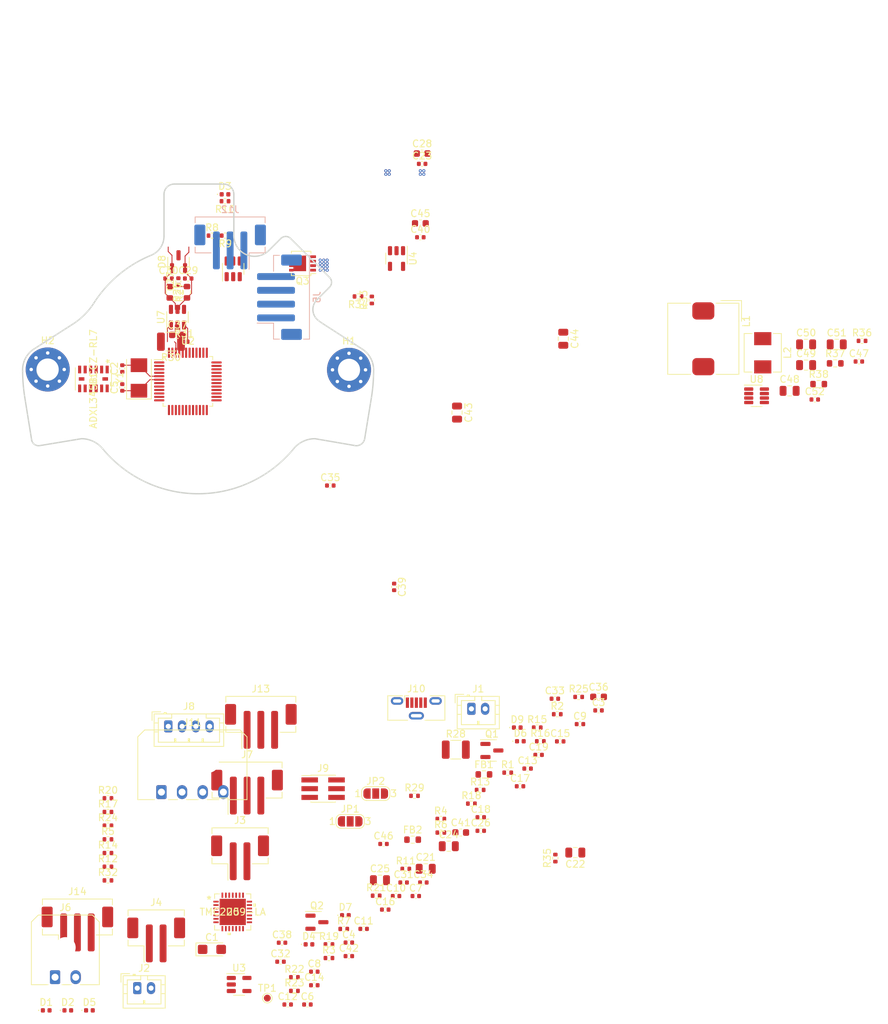
<source format=kicad_pcb>
(kicad_pcb (version 20211014) (generator pcbnew)
  (title_block (rev "1"))
  (layers (0 "F.Cu" signal "Front") (1 "In1.Cu" signal) (2 "In2.Cu" signal) (31 "B.Cu" signal "Back") (34 "B.Paste" user) (35 "F.Paste" user) (36 "B.SilkS" user "B.Silkscreen") (37 "F.SilkS" user "F.Silkscreen") (38 "B.Mask" user) (39 "F.Mask" user) (44 "Edge.Cuts" user))
  (net 0 "")
  (net 1 "Net-(C1-Pad1)")
  (net 2 "GND")
  (net 3 "OSC_IN")
  (net 4 "VBAT")
  (net 5 "OSC_OUT")
  (net 6 "NRST")
  (net 7 "VDDA")
  (net 8 "TH0")
  (net 9 "+5V")
  (net 10 "ENDSTOP1")
  (net 11 "ENDSTOP2")
  (net 12 "PROBE")
  (net 13 "TMC_VS")
  (net 14 "Net-(C26-Pad1)")
  (net 15 "CANL")
  (net 16 "CANH")
  (net 17 "BRA")
  (net 18 "A1")
  (net 19 "A2")
  (net 20 "/SW")
  (net 21 "B1")
  (net 22 "B2")
  (net 23 "BRB")
  (net 24 "/FB")
  (net 25 "Net-(D1-Pad1)")
  (net 26 "Net-(D1-Pad2)")
  (net 27 "Net-(D2-Pad1)")
  (net 28 "Net-(D2-Pad2)")
  (net 29 "Net-(D3-Pad1)")
  (net 30 "Net-(D3-Pad2)")
  (net 31 "Net-(D4-Pad1)")
  (net 32 "Net-(D5-Pad1)")
  (net 33 "Net-(D6-Pad1)")
  (net 34 "Net-(D7-Pad1)")
  (net 35 "Net-(D9-Pad2)")
  (net 36 "Net-(J1-Pad2)")
  (net 37 "Net-(J3-Pad2)")
  (net 38 "Net-(J4-Pad1)")
  (net 39 "Net-(J7-Pad2)")
  (net 40 "SCL")
  (net 41 "SDA")
  (net 42 "SWCLK")
  (net 43 "SWDIO")
  (net 44 "BOOT1")
  (net 45 "USB_DP")
  (net 47 "USB_DM")
  (net 50 "Net-(J13-Pad3)")
  (net 51 "Net-(J14-Pad3)")
  (net 52 "Net-(Q1-Pad2)")
  (net 53 "Net-(Q2-Pad2)")
  (net 54 "Net-(Q3-Pad2)")
  (net 55 "PC-FAN")
  (net 56 "Net-(R4-Pad2)")
  (net 57 "HE-FAN")
  (net 58 "HEATER")
  (net 59 "LED0")
  (net 60 "ST_ENN")
  (net 61 "ST_DIAG")
  (net 62 "ST_TX")
  (net 63 "ST_RX")
  (net 64 "CAN_TX")
  (net 65 "CAN_RX")
  (net 67 "ADXL_CS")
  (net 68 "ADXL_INT1")
  (net 72 "SDO")
  (net 73 "SDI")
  (net 74 "SCLK")
  (net 79 "NEOPIXEL")
  (net 80 "ST_STEP")
  (net 81 "ST_DIR")
  (net 89 "Net-(C27-Pad1)")
  (net 90 "Net-(C26-Pad2)")
  (net 91 "Net-(C28-Pad1)")
  (net 92 "Net-(C29-Pad1)")
  (net 93 "Net-(C39-Pad1)")
  (net 94 "Net-(C42-Pad1)")
  (net 95 "Net-(C42-Pad2)")
  (net 96 "Net-(C49-Pad1)")
  (net 97 "Net-(C52-Pad1)")
  (net 98 "Net-(J12-Pad3)")
  (net 99 "Net-(R29-Pad1)")
  (net 100 "Net-(R31-Pad1)")
  (net 101 "Net-(R33-Pad2)")
  (net 102 "Net-(R34-Pad2)")
  (net 103 "Net-(R35-Pad1)")
  (footprint "Capacitor_SMD:C_0402_1005Metric" (layer "F.Cu") (at 233.06 88.63)
    (fp_text reference "C35")
    (fp_text value "100n/35V")
  )
  (footprint "Capacitor_SMD:C_0603_1608Metric" (layer "F.Cu") (at 252.015 139.045)
    (fp_text reference "C41")
    (fp_text value "470p/100V")
  )
  (footprint "Resistor_SMD:R_0402_1005Metric" (layer "F.Cu") (at 227.845 160.065)
    (fp_text reference "R22")
    (fp_text value "10k")
  )
  (footprint "Resistor_SMD:R_0603_1608Metric" (layer "F.Cu") (at 255.385 130.605)
    (fp_text reference "FB1")
    (fp_text value "GZ1608D601TF")
  )
  (footprint "Capacitor_SMD:C_0402_1005Metric" (layer "F.Cu") (at 303.47 76.132)
    (fp_text reference "C52")
    (fp_text value "75p")
  )
  (footprint "Jumper:SolderJumper-3_P1.3mm_Open_RoundedPad1.0x1.5mm_NumberLabels" (layer "F.Cu") (at 235.945 137.425)
    (fp_text reference "JP1")
    (fp_text value "PCF")
  )
  (footprint "Capacitor_SMD:C_0805_2012Metric" (layer "F.Cu") (at 268.67 141.96 180)
    (fp_text reference "C22")
    (fp_text value "10u/35V")
  )
  (footprint "Resistor_SMD:R_0402_1005Metric" (layer "F.Cu") (at 200.745 146.005)
    (fp_text reference "R32")
    (fp_text value "10k")
  )
  (footprint "Capacitor_SMD:C_0603_1608Metric" (layer "F.Cu") (at 272.045 119.335)
    (fp_text reference "C36")
    (fp_text value "470p/100V")
  )
  (footprint "Inductor_SMD:L_Sunlord_MWSA0518_5.4x5.2mm" (layer "F.Cu") (at 295.91 69.342 -90)
    (fp_text reference "L2")
    (fp_text value "6.8u")
  )
  (footprint "Capacitor_SMD:C_0402_1005Metric" (layer "F.Cu") (at 272.045 121.305)
    (fp_text reference "C3")
    (fp_text value "100n")
  )
  (footprint "Capacitor_SMD:C_0805_2012Metric" (layer "F.Cu") (at 246.925 144.315)
    (fp_text reference "C21")
    (fp_text value "10u/35V")
  )
  (footprint "Capacitor_SMD:C_0603_1608Metric" (layer "F.Cu") (at 246.145 50.54)
    (fp_text reference "C45")
    (fp_text value "470p/100V")
  )
  (footprint "Resistor_SMD:R_0402_1005Metric" (layer "F.Cu") (at 239.725 148.225)
    (fp_text reference "R21")
    (fp_text value "10k")
  )
  (footprint "Capacitor_SMD:C_0402_1005Metric" (layer "F.Cu") (at 243.715 146.305)
    (fp_text reference "C31")
    (fp_text value "100n/35V")
  )
  (footprint "Resistor_SMD:R_0402_1005Metric" (layer "F.Cu") (at 269.155 119.345)
    (fp_text reference "R25")
    (fp_text value "1k")
  )
  (footprint "Capacitor_SMD:C_0402_1005Metric" (layer "F.Cu") (at 235.755 157.005)
    (fp_text reference "C42")
    (fp_text value "100n")
  )
  (footprint "Resistor_SMD:R_0603_1608Metric" (layer "F.Cu") (at 304.04 73.892)
    (fp_text reference "R38")
    (fp_text value "13k")
  )
  (footprint "Resistor_SMD:R_0402_1005Metric" (layer "F.Cu") (at 200.745 140.035)
    (fp_text reference "R5")
    (fp_text value "10k")
  )
  (footprint "Package_TO_SOT_SMD:SOT-23-5" (layer "F.Cu") (at 242.685 55.6475 -90)
    (fp_text reference "U4")
    (fp_text value "LP5907MFX-3.3")
  )
  (footprint "Resistor_SMD:R_0402_1005Metric" (layer "F.Cu") (at 200.745 134.065)
    (fp_text reference "R20")
    (fp_text value "120")
  )
  (footprint "Package_TO_SOT_SMD:SOT-23" (layer "F.Cu") (at 211 56.1175 90)
    (fp_text reference "D8")
    (fp_text value "SZNUP2105L")
  )
  (footprint "Resistor_SMD:R_0402_1005Metric" (layer "F.Cu") (at 200.745 136.055)
    (fp_text reference "R17")
    (fp_text value "120")
  )
  (footprint "Capacitor_SMD:C_0805_2012Metric" (layer "F.Cu") (at 302.21 68.122)
    (fp_text reference "C50")
    (fp_text value "22u")
  )
  (footprint "Capacitor_SMD:C_0402_1005Metric" (layer "F.Cu") (at 254.925 136.825)
    (fp_text reference "C18")
    (fp_text value "1u")
  )
  (footprint "Capacitor_SMD:C_0402_1005Metric" (layer "F.Cu") (at 229.735 164.035)
    (fp_text reference "C6")
    (fp_text value "100n")
  )
  (footprint "Resistor_SMD:R_0402_1005Metric" (layer "F.Cu") (at 227.845 162.055)
    (fp_text reference "R23")
    (fp_text value "10k")
  )
  (footprint "Capacitor_Tantalum_SMD:CP_EIA-3216-18_Kemet-A" (layer "F.Cu") (at 215.85 156.025)
    (fp_text reference "C1")
    (fp_text value "10u")
  )
  (footprint "LED_SMD:LED_0402_1005Metric" (layer "F.Cu") (at 235.25 151.065)
    (fp_text reference "D7")
    (fp_text value "LED0")
  )
  (footprint "Capacitor_SMD:C_0402_1005Metric" (layer "F.Cu") (at 202.83 71.63 90)
    (fp_text reference "C2")
    (fp_text value "20p")
  )
  (footprint "Resistor_SMD:R_0402_1005Metric" (layer "F.Cu") (at 217.79 52.32 180)
    (fp_text reference "R9")
    (fp_text value "150")
  )
  (footprint "Capacitor_SMD:C_0805_2012Metric" (layer "F.Cu") (at 250.275 141.035)
    (fp_text reference "C24")
    (fp_text value "10u/35V")
  )
  (footprint "Resistor_SMD:R_0402_1005Metric" (layer "F.Cu") (at 211.82 67.73)
    (fp_text reference "R31")
    (fp_text value "52.3k")
  )
  (footprint "LED_SMD:LED_0402_1005Metric" (layer "F.Cu") (at 260.68 125.785)
    (fp_text reference "D6")
    (fp_text value "3V3")
  )
  (footprint "Capacitor_SMD:C_0805_2012Metric" (layer "F.Cu") (at 251.48 78.03 -90)
    (fp_text reference "C43")
    (fp_text value "100u/35V, Low ESR")
  )
  (footprint "Connector_JST:JST_PH_B2B-PH-SM4-TB_1x02-1MP_P2.00mm_Vertical" (layer "F.Cu") (at 219.945 142.725)
    (fp_text reference "J3")
    (fp_text value "HE-FAN")
  )
  (footprint "Package_TO_SOT_SMD:SOT-23-5" (layer "F.Cu") (at 219.805 161.125)
    (fp_text reference "U3")
    (fp_text value "74LVC1G17")
  )
  (footprint "Capacitor_SMD:C_0402_1005Metric" (layer "F.Cu") (at 265.695 119.605)
    (fp_text reference "C33")
    (fp_text value "56p")
  )
  (footprint "Capacitor_SMD:C_0402_1005Metric" (layer "F.Cu") (at 246.4075 41.8925)
    (fp_text reference "C23")
    (fp_text value "100n")
  )
  (footprint "Capacitor_SMD:C_0805_2012Metric" (layer "F.Cu") (at 302.21 71.132)
    (fp_text reference "C49")
    (fp_text value "22u")
  )
  (footprint "Package_QFP:LQFP-48_7x7mm_P0.5mm" (layer "F.Cu") (at 212.36 73.5)
    (fp_text reference "U2")
    (fp_text value "STM32F103C8Tx")
  )
  (footprint "Connector_JST:JST_PH_B4B-PH-K_1x04_P2.00mm_Vertical" (layer "F.Cu") (at 209.515 123.625)
    (fp_text reference "J8")
    (fp_text value "STEPPER")
  )
  (footprint "Resistor_SMD:R_0402_1005Metric" (layer "F.Cu") (at 217.76 47.32 180)
    (fp_text reference "R10")
    (fp_text value "2.2k")
  )
  (footprint "Capacitor_SMD:C_0402_1005Metric" (layer "F.Cu") (at 237.905 153.045)
    (fp_text reference "C11")
    (fp_text value "4.7u")
  )
  (footprint "Resistor_SMD:R_0402_1005Metric" (layer "F.Cu") (at 200.745 142.025)
    (fp_text reference "R14")
    (fp_text value "10k")
  )
  (footprint "footprints:AON7418" (layer "F.Cu") (at 229.025 56.36 180)
    (fp_text reference "Q3")
    (fp_text value "AON7418")
  )
  (footprint "Capacitor_SMD:C_0402_1005Metric" (layer "F.Cu") (at 269.345 123.295)
    (fp_text reference "C9")
    (fp_text value "100n")
  )
  (footprint "Resistor_SMD:R_0402_1005Metric" (layer "F.Cu") (at 200.745 138.045)
    (fp_text reference "R24")
    (fp_text value "120")
  )
  (footprint "Connector_JST:JST_PH_B3B-PH-SM4-TB_1x03-1MP_P2.00mm_Vertical" (layer "F.Cu") (at 220.965 133.175)
    (fp_text reference "J7")
    (fp_text value "NEOPIXEL")
  )
  (footprint "Package_TO_SOT_SMD:SOT-23" (layer "F.Cu") (at 231.115 152.075)
    (fp_text reference "Q2")
    (fp_text value "AO3400A")
  )
  (footprint "LED_SMD:LED_0402_1005Metric" (layer "F.Cu") (at 260.23 123.795)
    (fp_text reference "D9")
    (fp_text value "DIAG")
  )
  (footprint "Capacitor_SMD:C_0402_1005Metric" (layer "F.Cu") (at 261.735 129.755)
    (fp_text reference "C13")
    (fp_text value "1u")
  )
  (footprint "Capacitor_SMD:C_0402_1005Metric" (layer "F.Cu") (at 242.34 103.36 -90)
    (fp_text reference "C39")
    (fp_text value "100n")
  )
  (footprint "Resistor_SMD:R_1210_3225Metric" (layer "F.Cu") (at 209.9 67.73 180)
    (fp_text reference "R30")
    (fp_text value "0.5Ω, 1%, 0.5W, 1210")
  )
  (footprint "footprints:TMC2209-LA" (layer "F.Cu") (at 218.877201 150.5857)
    (fp_text reference "U5")
    (fp_text value "TMC2209-LA")
  )
  (footprint "Resistor_SMD:R_0603_1608Metric" (layer "F.Cu") (at 209.73 60.55 -90)
    (fp_text reference "R27")
    (fp_text value "60")
  )
  (footprint "Package_TO_SOT_SMD:SOT-23-6" (layer "F.Cu") (at 210.85 64.17 90)
    (fp_text reference "U7")
    (fp_text value "TPS54202DDC")
  )
  (footprint "Connector_JST:JST_PH_B2B-PH-K_1x02_P2.00mm_Vertical" (layer "F.Cu") (at 205.005 161.655)
    (fp_text reference "J2")
    (fp_text value "PC-FAN")
  )
  (footprint "Resistor_SMD:R_0402_1005Metric" (layer "F.Cu") (at 263.135 123.795)
    (fp_text reference "R15")
    (fp_text value "10k")
  )
  (footprint "Capacitor_SMD:C_0805_2012Metric" (layer "F.Cu") (at 266.92 67.3 -90)
    (fp_text reference "C44")
    (fp_text value "22u")
  )
  (footprint "Resistor_SMD:R_0402_1005Metric" (layer "F.Cu") (at 265.77 142.76 90)
    (fp_text reference "R35")
    (fp_text value "100k")
  )
  (footprint "Resistor_SMD:R_0402_1005Metric" (layer "F.Cu") (at 200.745 144.015)
    (fp_text reference "R12")
    (fp_text value "10k")
  )
  (footprint "Resistor_SMD:R_0402_1005Metric" (layer "F.Cu") (at 254.835 132.855)
    (fp_text reference "R13")
    (fp_text value "2.2k")
  )
  (footprint "Resistor_SMD:R_0402_1005Metric" (layer "F.Cu") (at 235.015 153.055)
    (fp_text reference "R7")
    (fp_text value "2.2k")
  )
  (footprint "Resistor_SMD:R_0402_1005Metric" (layer "F.Cu") (at 232.865 157.285)
    (fp_text reference "R3")
    (fp_text value "2.2k")
  )
  (footprint "Resistor_SMD:R_0402_1005Metric" (layer "F.Cu") (at 249.125 137.065)
    (fp_text reference "R4")
    (fp_text value "10k")
  )
  (footprint "Resistor_SMD:R_0402_1005Metric" (layer "F.Cu") (at 215.87 52.32)
    (fp_text reference "R8")
    (fp_text value "10k")
  )
  (footprint "Capacitor_SMD:C_0402_1005Metric" (layer "F.Cu") (at 225.825 157.815)
    (fp_text reference "C32")
    (fp_text value "56p")
  )
  (footprint "Crystal:Crystal_SMD_5032-2Pin_5.0x3.2mm" (layer "F.Cu") (at 205.25 73 90)
    (fp_text reference "Y1")
    (fp_text value "8MHz")
  )
  (footprint "Capacitor_SMD:C_0402_1005Metric" (layer "F.Cu") (at 266.475 125.805)
    (fp_text reference "C15")
    (fp_text value "1u")
  )
  (footprint "Capacitor_SMD:C_0805_2012Metric" (layer "F.Cu") (at 240.275 145.975)
    (fp_text reference "C25")
    (fp_text value "10u/35V")
  )
  (footprint "Connector_Molex:Molex_Micro-Fit_3.0_43650-0400_1x04_P3.00mm_Horizontal" (layer "F.Cu") (at 208.515 133.175)
    (fp_text reference "J11")
    (fp_text value "CAN")
  )
  (footprint "Capacitor_SMD:C_0402_1005Metric" (layer "F.Cu") (at 230.735 161.235)
    (fp_text reference "C14")
    (fp_text value "100n")
  )
  (footprint "Capacitor_SMD:C_0402_1005Metric" (layer "F.Cu") (at 246.145 52.56)
    (fp_text reference "C40")
    (fp_text value "100n")
  )
  (footprint "Capacitor_SMD:C_0402_1005Metric" (layer "F.Cu") (at 260.635 132.325)
    (fp_text reference "C17")
    (fp_text value "100n")
  )
  (footprint "Capacitor_SMD:C_0402_1005Metric" (layer "F.Cu") (at 242.615 148.275)
    (fp_text reference "C10")
    (fp_text value "100n")
  )
  (footprint "TestPoint:TestPoint_Pad_D1.0mm" (layer "F.Cu") (at 223.905 163.105)
    (fp_text reference "TP1")
    (fp_text value "BOOT0")
  )
  (footprint "Package_TO_SOT_SMD:SOT-23" (layer "F.Cu") (at 256.545 127.125)
    (fp_text reference "Q1")
    (fp_text value "AO3400A")
  )
  (footprint "Resistor_SMD:R_0402_1005Metric" (layer "F.Cu") (at 245.295 133.715)
    (fp_text reference "R29")
    (fp_text value "30")
  )
  (footprint "Connector_Molex:Molex_Micro-Fit_3.0_43650-0200_1x02_P3.00mm_Horizontal" (layer "F.Cu") (at 193.055 160.065)
    (fp_text reference "J6")
    (fp_text value "H0")
  )
  (footprint "Resistor_SMD:R_0402_1005Metric" (layer "F.Cu") (at 237.09 61.16 180)
    (fp_text reference "R34")
    (fp_text value "1k")
  )
  (footprint "Capacitor_SMD:C_0402_1005Metric" (layer "F.Cu") (at 230.735 159.265)
    (fp_text reference "C8")
    (fp_text value "100n")
  )
  (footprint "MountingHole:MountingHole_3.2mm_M3_Pad_Via" (layer "F.Cu") (at 191.99 71.77)
    (fp_text reference "H2")
    (fp_text value "MountingHole_Pad")
  )
  (footprint "Capacitor_SMD:C_0402_1005Metric" (layer "F.Cu") (at 254.925 138.795)
    (fp_text reference "C26")
    (fp_text value "22n/50V")
  )
  (footprint "Resistor_SMD:R_0603_1608Metric" (layer "F.Cu") (at 306.44 70.882)
    (fp_text reference "R37")
    (fp_text value "100k")
  )
  (footprint "Connector_JST:JST_PH_B2B-PH-SM4-TB_1x02-1MP_P2.00mm_Vertical" (layer "F.Cu") (at 207.755 154.655)
    (fp_text reference "J4")
    (fp_text value "TH0")
  )
  (footprint "Capacitor_SMD:C_0805_2012Metric" (layer "F.Cu") (at 299.81 74.872)
    (fp_text reference "C48")
    (fp_text value "22u")
  )
  (footprint "MountingHole:MountingHole_3.2mm_M3_Pad_Via" (layer "F.Cu") (at 235.78 71.82)
    (fp_text reference "H1")
    (fp_text value "MountingHole_Pad")
  )
  (footprint "Capacitor_SMD:C_0402_1005Metric" (layer "F.Cu") (at 309.88 70.612)
    (fp_text reference "C47")
    (fp_text value "100n, 6.3V")
  )
  (footprint "Resistor_SMD:R_0402_1005Metric" (layer "F.Cu") (at 249.125 139.055)
    (fp_text reference "R6")
    (fp_text value "150")
  )
  (footprint "Capacitor_SMD:C_0402_1005Metric" (layer "F.Cu") (at 226.045 155.055)
    (fp_text reference "C38")
    (fp_text value "100n/35V")
  )
  (footprint "Resistor_SMD:R_0603_1608Metric" (layer "F.Cu") (at 245.025 140.085)
    (fp_text reference "FB2")
    (fp_text value "GZ1608D601TF")
  )
  (footprint "Connector_JST:JST_PH_B3B-PH-SM4-TB_1x03-1MP_P2.00mm_Vertical" (layer "F.Cu") (at 196.305 153.065)
    (fp_text reference "J14")
    (fp_text value "PROBE")
  )
  (footprint "Capacitor_SMD:C_0402_1005Metric" (layer "F.Cu") (at 210.98 58.99 90)
    (fp_text reference "C27")
    (fp_text value "100n/35V")
  )
  (footprint "Capacitor_SMD:C_0805_2012Metric" (layer "F.Cu") (at 306.66 68.122)
    (fp_text reference "C51")
    (fp_text value "22u")
  )
  (footprint "Resistor_SMD:R_0402_1005Metric" (layer "F.Cu") (at 258.845 130.345)
    (fp_text reference "R1")
    (fp_text value "10k")
  )
  (footprint "Resistor_SMD:R_0402_1005Metric" (layer "F.Cu") (at 310.34 67.612)
    (fp_text reference "R36")
    (fp_text value "49.9")
  )
  (footprint "Resistor_SMD:R_0402_1005Metric" (layer "F.Cu") (at 253.565 134.845)
    (fp_text reference "R18")
    (fp_text value "10k")
  )
  (footprint "LED_SMD:LED_0402_1005Metric" (layer "F.Cu") (at 194.91 164.885)
    (fp_text reference "D2")
    (fp_text value "HEF")
  )
  (footprint "Jumper:SolderJumper-3_P1.3mm_Open_RoundedPad1.0x1.5mm_NumberLabels" (layer "F.Cu") (at 239.665 133.385)
    (fp_text reference "JP2")
    (fp_text value "HEF")
  )
  (footprint "Resistor_SMD:R_0402_1005Metric" (layer "F.Cu") (at 266.045 121.855)
    (fp_text reference "R2")
    (fp_text value "150")
  )
  (footprint "Capacitor_SMD:C_0402_1005Metric" (layer "F.Cu") (at 241.045 150.245)
    (fp_text reference "C16")
    (fp_text value "1u")
  )
  (footprint "Capacitor_SMD:C_0402_1005Metric" (layer "F.Cu") (at 263.335 127.765)
    (fp_text reference "C19")
    (fp_text value "100n")
  )
  (footprint "Capacitor_SMD:C_0402_1005Metric" (layer "F.Cu") (at 245.485 148.275)
    (fp_text reference "C7")
    (fp_text value "100n")
  )
  (footprint "LED_SMD:LED_0402_1005Metric" (layer "F.Cu") (at 229.96 155.295)
    (fp_text reference "D4")
    (fp_text value "24V")
  )
  (footprint "Capacitor_SMD:C_0603_1608Metric" (layer "F.Cu") (at 246.4075 40.3925)
    (fp_text reference "C28")
    (fp_text value "2.2u/16V")
  )
  (footprint "Capacitor_SMD:C_0402_1005Metric" (layer "F.Cu") (at 202.83 74.38 90)
    (fp_text reference "C5")
    (fp_text value "20p")
  )
  (footprint "Capacitor_SMD:C_0402_1005Metric" (layer "F.Cu") (at 212.41 58.55)
    (fp_text reference "C29")
    (fp_text value "1n")
  )
  (footprint "Resistor_SMD:R_0402_1005Metric" (layer "F.Cu") (at 239.095 61.67 90)
    (fp_text reference "R33")
    (fp_text value "1k")
  )
  (footprint "footprints:ADXL345BCCZ-RL7" (layer "F.Cu") (at 198.63 73.1435 -90)
    (fp_text reference "U1")
    (fp_text value "ADXL345BCCZ-RL7")
  )
  (footprint "Connector_USB:USB_Micro-B_Molex-105133-0001" (layer "F.Cu") (at 245.565 121.005)
    (fp_text reference "J10")
    (fp_text value "USB_B_Micro")
  )
  (footprint "Connector_JST:JST_PH_B2B-PH-K_1x02_P2.00mm_Vertical" (layer "F.Cu") (at 253.565 121.075)
    (fp_text reference "J1")
    (fp_text value "PC-FAN")
  )
  (footprint "LED_SMD:LED_0402_1005Metric" (layer "F.Cu") (at 191.77 164.885)
    (fp_text reference "D1")
    (fp_text value "PCF")
  )
  (footprint "Inductor_SMD:L_TDK_SLF10145" (layer "F.Cu") (at 287.274 67.31 -90)
    (fp_text reference "L1")
    (fp_text value "15u")
  )
  (footprint "Package_TO_SOT_SMD:SOT-23-6" (layer "F.Cu") (at 218.948 57.15 90)
    (fp_text reference "U6" hide)
    (fp_text value "TPS56339DDC" hide)
  )
  (footprint "Connector_JST:JST_PH_B3B-PH-SM4-TB_1x03-1MP_P2.00mm_Vertical" (layer "F.Cu") (at 222.965 123.625)
    (fp_text reference "J13")
    (fp_text value "ENDSTOP2")
  )
  (footprint "Resistor_SMD:R_0402_1005Metric" (layer "F.Cu") (at 232.865 155.295)
    (fp_text reference "R19")
    (fp_text value "10k")
  )
  (footprint "Connector_PinHeader_1.27mm:PinHeader_2x03_P1.27mm_Vertical_SMD" (layer "F.Cu") (at 232.015 132.675)
    (fp_text reference "J9")
    (fp_text value "Conn_02x03_Top_Bottom")
  )
  (footprint "LED_SMD:LED_0402_1005Metric" (layer "F.Cu") (at 217.755 46.32)
    (fp_text reference "D3")
    (fp_text value "H0")
  )
  (footprint "Capacitor_SMD:C_0402_1005Metric" (layer "F.Cu") (at 226.865 164.035)
    (fp_text reference "C12")
    (fp_text value "100n")
  )
  (footprint "Capacitor_SMD:C_0402_1005Metric" (layer "F.Cu") (at 240.795 140.705)
    (fp_text reference "C46")
    (fp_text value "100n/35V")
  )
  (footprint "LED_SMD:LED_0402_1005Metric" (layer "F.Cu") (at 198.05 164.885)
    (fp_text reference "D5")
    (fp_text value "5V")
  )
  (footprint "Capacitor_SMD:C_0603_1608Metric" (layer "F.Cu") (at 210.85 66.74)
    (fp_text reference "C37")
    (fp_text value "470p/100V")
  )
  (footprint "Resistor_SMD:R_0402_1005Metric" (layer "F.Cu") (at 263.585 125.785)
    (fp_text reference "R16")
    (fp_text value "300")
  )
  (footprint "Resistor_SMD:R_0603_1608Metric" (layer "F.Cu") (at 212.23 60.545 90)
    (fp_text reference "R26")
    (fp_text value "60")
  )
  (footprint "Capacitor_SMD:C_0402_1005Metric" (layer "F.Cu") (at 235.755 155.035)
    (fp_text reference "C4")
    (fp_text value "100n")
  )
  (footprint "Capacitor_SMD:C_0402_1005Metric" (layer "F.Cu") (at 209.55 58.55)
    (fp_text reference "C30")
    (fp_text value "100n/35V")
  )
  (footprint "Package_TO_SOT_SMD:TSOT-23-8" (layer "F.Cu") (at 295.01 75.592)
    (fp_text reference "U8")
    (fp_text value "TCAN330")
  )
  (footprint "Resistor_SMD:R_1210_3225Metric" (layer "F.Cu") (at 251.295 127.005)
    (fp_text reference "R28")
    (fp_text value "0.5Ω, 1%, 0.5W, 1210")
  )
  (footprint "Capacitor_SMD:C_0402_1005Metric" (layer "F.Cu") (at 246.585 146.305)
    (fp_text reference "C34")
    (fp_text value "100n/35V")
  )
  (footprint "Resistor_SMD:R_0402_1005Metric" (layer "F.Cu") (at 244.035 144.325)
    (fp_text reference "R11")
    (fp_text value "2.2k")
  )
  (footprint "Connector_JST:JST_PH_B3B-PH-SM4-TB_1x03-1MP_P2.00mm_Vertical" (layer "B.Cu") (at 218.5 53.97 180)
    (fp_text reference "J12")
    (fp_text value "ENDSTOP1")
  )
  (footprint "Connector_JST:JST_PH_B4B-PH-SM4-TB_1x04-1MP_P2.00mm_Vertical" (layer "B.Cu") (at 225.67 61.27 90)
    (fp_text reference "J5")
    (fp_text value "I2C")
  )
  (gr_line (start 190.81125 82.83389) (end 196.886109 81.824399) (layer "Edge.Cuts") (width 0.2))
  (gr_arc (start 217.541195 44.824731) (mid 218.601855 45.264071) (end 219.041195 46.324731) (layer "Edge.Cuts") (width 0.2))
  (gr_arc (start 188.34197 72.024391) (mid 188.728589 70.190361) (end 189.984715 68.799214) (layer "Edge.Cuts") (width 0.2))
  (gr_arc (start 227.741677 83.278943) (mid 229.121628 82.206262) (end 230.827234 81.824397) (layer "Edge.Cuts") (width 0.2))
  (gr_line (start 238.056671 81.824397) (end 239.041376 75.821969) (layer "Edge.Cuts") (width 0.2))
  (gr_line (start 225.877487 52.732514) (end 224.162514 54.447487) (layer "Edge.Cuts") (width 0.2))
  (gr_arc (start 232.024451 65.142784) (mid 231.656738 64.893787) (end 231.300441 64.628711) (layer "Edge.Cuts") (width 0.2))
  (gr_arc (start 225.877487 52.732514) (mid 226.584594 52.439621) (end 227.291702 52.732514) (layer "Edge.Cuts") (width 0.2))
  (gr_arc (start 196.886109 81.824399) (mid 198.591714 82.206263) (end 199.971666 83.278943) (layer "Edge.Cuts") (width 0.2))
  (gr_arc (start 232.948561 58.389374) (mid 233.241456 59.096482) (end 232.948562 59.803589) (layer "Edge.Cuts") (width 0.2))
  (gr_arc (start 224.162514 54.447487) (mid 220.893143 55.097806) (end 219.041194 52.326166) (layer "Edge.Cuts") (width 0.2))
  (gr_arc (start 238.056671 81.824397) (mid 237.529593 82.636413) (end 236.578064 82.81467) (layer "Edge.Cuts") (width 0.2))
  (gr_line (start 195.688893 65.142786) (end 189.984715 68.799214) (layer "Edge.Cuts") (width 0.2))
  (gr_circle (center 235.77667 71.824398) (end 234.276671 71.824398) (layer "Edge.Cuts") (width 0.2) (fill none))
  (gr_line (start 232.786671 59.974397) (end 232.948562 59.803589) (layer "Edge.Cuts") (width 0.2))
  (gr_line (start 231.115374 61.636776) (end 232.786671 59.974397) (layer "Edge.Cuts") (width 0.2))
  (gr_line (start 237.717645 68.816237) (end 232.024451 65.142784) (layer "Edge.Cuts") (width 0.2))
  (gr_line (start 217.541195 44.824731) (end 210.391194 44.824731) (layer "Edge.Cuts") (width 0.2))
  (gr_arc (start 208.891194 46.324731) (mid 209.330534 45.264072) (end 210.391194 44.824731) (layer "Edge.Cuts") (width 0.2))
  (gr_line (start 208.891194 46.324731) (end 208.891194 52.393723) (layer "Edge.Cuts") (width 0.2))
  (gr_arc (start 239.35667 71.824398) (mid 239.277725 73.829391) (end 239.041376 75.821969) (layer "Edge.Cuts") (width 0.2))
  (gr_circle (center 191.936672 71.824398) (end 190.436671 71.824398) (layer "Edge.Cuts") (width 0.2) (fill none))
  (gr_line (start 230.827234 81.824397) (end 236.578064 82.81467) (layer "Edge.Cuts") (width 0.2))
  (gr_arc (start 198.691999 62.127352) (mid 202.323359 58.004748) (end 207.029121 55.169534) (layer "Edge.Cuts") (width 0.2))
  (gr_line (start 188.656672 75.824397) (end 189.656671 82.024397) (layer "Edge.Cuts") (width 0.2))
  (gr_arc (start 188.656672 75.824397) (mid 188.428238 73.930281) (end 188.34197 72.024391) (layer "Edge.Cuts") (width 0.2))
  (gr_arc (start 190.81125 82.83389) (mid 190.073857 82.657498) (end 189.656671 82.024397) (layer "Edge.Cuts") (width 0.2))
  (gr_line (start 232.948561 58.389374) (end 227.291702 52.732514) (layer "Edge.Cuts") (width 0.2))
  (gr_line (start 219.041194 52.326166) (end 219.041195 46.324731) (layer "Edge.Cuts") (width 0.2))
  (gr_arc (start 237.717645 68.816237) (mid 238.920323 70.111546) (end 239.35667 71.824398) (layer "Edge.Cuts") (width 0.2))
  (gr_arc (start 208.891194 52.393723) (mid 208.382556 54.064982) (end 207.029121 55.169534) (layer "Edge.Cuts") (width 0.2))
  (gr_arc (start 227.741677 83.278943) (mid 213.856671 89.824398) (end 199.971666 83.278943) (layer "Edge.Cuts") (width 0.2))
  (gr_arc (start 198.691999 62.127352) (mid 197.352716 63.796676) (end 195.688893 65.142786) (layer "Edge.Cuts") (width 0.2))
  (gr_arc (start 231.300441 64.628711) (mid 230.533402 63.174465) (end 231.115374 61.636776) (layer "Edge.Cuts") (width 0.2))
  (segment (start 211.11 69.3375) (end 211.11 67.93) (width 0.127) (layer "F.Cu") (net 2))
  (segment (start 210.525 65.3075) (end 210.525 66.585) (width 0.127) (layer "F.Cu") (net 2))
  (segment (start 209.39 65.7925) (end 209.875 65.3075) (width 0.127) (layer "F.Cu") (net 2))
  (segment (start 211.11 67.93) (end 211.31 67.73) (width 0.127) (layer "F.Cu") (net 2))
  (segment (start 209.39 67.73) (end 209.39 65.7925) (width 0.127) (layer "F.Cu") (net 2))
  (segment (start 211.175 66.585) (end 211.33 66.74) (width 0.127) (layer "F.Cu") (net 2))
  (segment (start 211.175 65.3075) (end 211.175 66.585) (width 0.127) (layer "F.Cu") (net 2))
  (segment (start 210.525 66.585) (end 210.37 66.74) (width 0.127) (layer "F.Cu") (net 2))
  (via (at 231.59 55.885) (size 0.45) (drill 0.2) (layers "F.Cu" "B.Cu") (net 2))
  (via (at 232.1 55.884999) (size 0.45) (drill 0.2) (layers "F.Cu" "B.Cu") (net 2))
  (via (at 231.6 56.835) (size 0.45) (drill 0.2) (layers "F.Cu" "B.Cu") (net 2))
  (via (at 231.6 57.335) (size 0.45) (drill 0.2) (layers "F.Cu" "B.Cu") (net 2))
  (via (at 232.1 56.835) (size 0.45) (drill 0.2) (layers "F.Cu" "B.Cu") (net 2))
  (via (at 231.6 56.365) (size 0.45) (drill 0.2) (layers "F.Cu" "B.Cu") (net 2))
  (via (at 232.61 56.835) (size 0.45) (drill 0.2) (layers "F.Cu" "B.Cu") (net 2))
  (via (at 232.1 57.335001) (size 0.45) (drill 0.2) (layers "F.Cu" "B.Cu") (net 2))
  (via (at 232.6 55.885) (size 0.45) (drill 0.2) (layers "F.Cu" "B.Cu") (net 2))
  (via (at 232.61 57.335) (size 0.45) (drill 0.2) (layers "F.Cu" "B.Cu") (net 2))
  (via (at 232.11 56.364999) (size 0.45) (drill 0.2) (layers "F.Cu" "B.Cu") (net 2))
  (via (at 232.610001 56.365) (size 0.45) (drill 0.2) (layers "F.Cu" "B.Cu") (net 2))
  (segment (start 208.1975 72.75) (end 206.85 72.75) (width 0.127) (layer "F.Cu") (net 3))
  (segment (start 206.85 72.75) (end 205.25 71.15) (width 0.127) (layer "F.Cu") (net 3))
  (segment (start 202.83 71.15) (end 205.25 71.15) (width 0.127) (layer "F.Cu") (net 3))
  (segment (start 206.85 73.25) (end 205.25 74.85) (width 0.127) (layer "F.Cu") (net 5))
  (segment (start 202.83 74.86) (end 202.84 74.85) (width 0.127) (layer "F.Cu") (net 5))
  (segment (start 202.84 74.85) (end 205.25 74.85) (width 0.127) (layer "F.Cu") (net 5))
  (segment (start 208.1975 73.25) (end 206.85 73.25) (width 0.127) (layer "F.Cu") (net 5))
  (segment (start 212.33 65.8125) (end 212.33 67.73) (width 0.127) (layer "F.Cu") (net 13))
  (segment (start 211.825 65.3075) (end 212.33 65.8125) (width 0.127) (layer "F.Cu") (net 13))
  (segment (start 212.89502 60.70498) (end 212.89502 58.55502) (width 0.127) (layer "F.Cu") (net 15))
  (segment (start 211.95 57.055) (end 211.95 55.29) (width 0.127) (layer "F.Cu") (net 15))
  (segment (start 212.89502 58.55502) (end 212.89 58.55) (width 0.127) (layer "F.Cu") (net 15))
  (segment (start 209.07 58.55) (end 210.05 57.57) (width 0.127) (layer "F.Cu") (net 15))
  (segment (start 212.89 58.55) (end 211.95 57.61) (width 0.127) (layer "F.Cu") (net 15))
  (segment (start 210.05 55.18) (end 209.5 54.63) (width 0.127) (layer "F.Cu") (net 15))
  (segment (start 210.05 57.57) (end 210.05 57.055) (width 0.127) (layer "F.Cu") (net 15))
  (segment (start 211.95 57.61) (end 211.95 57.055) (width 0.127) (layer "F.Cu") (net 15))
  (segment (start 211.175 63.0325) (end 211.175 62.425) (width 0.127) (layer "F.Cu") (net 15))
  (segment (start 210.525 63.0325) (end 210.525 62.17) (width 0.127) (layer "F.Cu") (net 15))
  (segment (start 209.5 54.63) (end 209.5 53.97) (width 0.127) (layer "F.Cu") (net 15))
  (segment (start 210.05 57.055) (end 210.05 55.18) (width 0.127) (layer "F.Cu") (net 15))
  (segment (start 209.73 61.375) (end 209.06498 60.70998) (width 0.127) (layer "F.Cu") (net 15))
  (segment (start 211.175 62.425) (end 212.23 61.37) (width 0.127) (layer "F.Cu") (net 15))
  (segment (start 211.95 55.29) (end 212.5 54.74) (width 0.127) (layer "F.Cu") (net 15))
  (segment (start 212.5 54.74) (end 212.5 53.97) (width 0.127) (layer "F.Cu") (net 15))
  (segment (start 212.23 61.37) (end 212.89502 60.70498) (width 0.127) (layer "F.Cu") (net 15))
  (segment (start 209.06498 58.55502) (end 209.07 58.55) (width 0.127) (layer "F.Cu") (net 15))
  (segment (start 209.06498 60.70998) (end 209.06498 58.55502) (width 0.127) (layer "F.Cu") (net 15))
  (segment (start 210.525 62.17) (end 209.73 61.375) (width 0.127) (layer "F.Cu") (net 15))
  (via (at 246.1475 43.4025) (size 0.45) (drill 0.2) (layers "F.Cu" "B.Cu") (net 20))
  (via (at 246.1475 42.9025) (size 0.45) (drill 0.2) (layers "F.Cu" "B.Cu") (net 20))
  (via (at 241.1275 43.4025) (size 0.45) (drill 0.2) (layers "F.Cu" "B.Cu") (net 20))
  (via (at 241.6275 43.4025) (size 0.45) (drill 0.2) (layers "F.Cu" "B.Cu") (net 20))
  (via (at 246.6475 42.9025) (size 0.45) (drill 0.2) (layers "F.Cu" "B.Cu") (net 20))
  (via (at 241.1275 42.9025) (size 0.45) (drill 0.2) (layers "F.Cu" "B.Cu") (net 20))
  (via (at 241.6275 42.9025) (size 0.45) (drill 0.2) (layers "F.Cu" "B.Cu") (net 20))
  (via (at 246.6475 43.4025) (size 0.45) (drill 0.2) (layers "F.Cu" "B.Cu") (net 20))
  (segment (start 210.61 67.93) (end 210.61 69.3375) (width 0.127) (layer "F.Cu") (net 64))
  (segment (start 210.41 67.73) (end 210.61 67.93) (width 0.127) (layer "F.Cu") (net 64))
  (segment (start 209.73 59.725) (end 210.725 59.725) (width 0.127) (layer "F.Cu") (net 92))
  (segment (start 210.725 59.725) (end 210.98 59.47) (width 0.127) (layer "F.Cu") (net 92))
  (segment (start 212.23 59.72) (end 211.23 59.72) (width 0.127) (layer "F.Cu") (net 92))
  (segment (start 211.23 59.72) (end 210.98 59.47) (width 0.127) (layer "F.Cu") (net 92))
)
</source>
